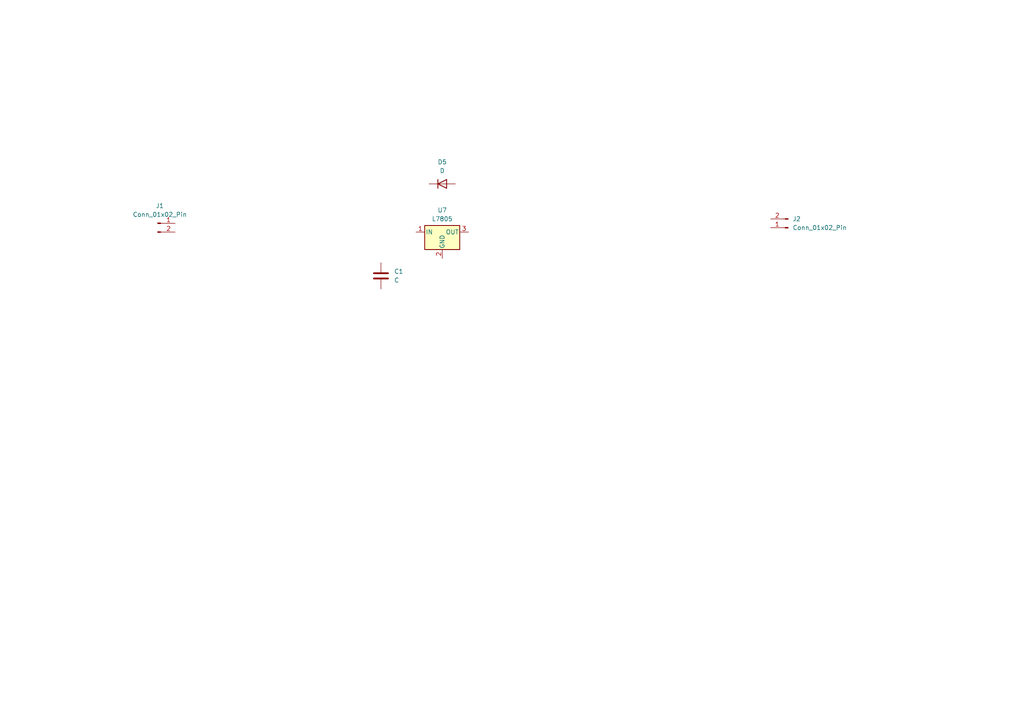
<source format=kicad_sch>
(kicad_sch (version 20250114) (generator "eeschema") (generator_version "9.0")
  (paper "A4")
  (lib_symbols
    (symbol "Connector:Conn_01x02_Pin" (pin_names (offset 1.016) (hide yes))
      (property "Reference" "J" (at 0 2.54 0))
      (property "Value" "Conn_01x02_Pin" (at 0 -5.08 0))
      (symbol "Conn_01x02_Pin_1_1"
        (rectangle (start 0.8636 0.127) (end 0 -0.127) (stroke (width 0.1524)) (fill (type outline)))
        (rectangle (start 0.8636 -2.413) (end 0 -2.667) (stroke (width 0.1524)) (fill (type outline)))
        (polyline (pts (xy 1.27 0) (xy 0.8636 0)) (stroke (width 0.1524)))
        (polyline (pts (xy 1.27 -2.54) (xy 0.8636 -2.54)) (stroke (width 0.1524)))
        (pin passive line (at 5.08 0 180) (length 3.81) (name "Pin_1") (number "1"))
        (pin passive line (at 5.08 -2.54 180) (length 3.81) (name "Pin_2") (number "2"))
      )
    )
    (symbol "Device:C" (pin_numbers (hide yes)) (pin_names (offset 0.254))
      (property "Reference" "C" (at 0.635 2.54 0))
      (property "Value" "C" (at 0.635 -2.54 0))
      (symbol "C_0_1"
        (polyline (pts (xy -2.032 0.762) (xy 2.032 0.762)) (stroke (width 0.508)))
        (polyline (pts (xy -2.032 -0.762) (xy 2.032 -0.762)) (stroke (width 0.508)))
      )
      (symbol "C_1_1"
        (pin passive line (at 0 3.81 270) (length 2.794) (name "~") (number "1"))
        (pin passive line (at 0 -3.81 90) (length 2.794) (name "~") (number "2"))
      )
    )
    (symbol "Device:D" (pin_numbers (hide yes)) (pin_names (offset 1.016) (hide yes))
      (property "Reference" "D" (at 0 2.54 0))
      (property "Value" "D" (at 0 -2.54 0))
      (symbol "D_0_1"
        (polyline (pts (xy -1.27 1.27) (xy -1.27 -1.27)) (stroke (width 0.254)))
        (polyline (pts (xy 1.27 1.27) (xy 1.27 -1.27) (xy -1.27 0) (xy 1.27 1.27)) (stroke (width 0.254)))
        (polyline (pts (xy 1.27 0) (xy -1.27 0)))
      )
      (symbol "D_1_1"
        (pin passive line (at -3.81 0 0) (length 2.54) (name "K") (number "1"))
        (pin passive line (at 3.81 0 180) (length 2.54) (name "A") (number "2"))
      )
    )
    (symbol "Regulator_Linear:L7805" (pin_names (offset 0.254))
      (property "Reference" "U" (at -3.81 3.175 0))
      (property "Value" "L7805" (at 0 3.175 0))
      (symbol "L7805_0_1"
        (rectangle (start -5.08 1.905) (end 5.08 -5.08) (stroke (width 0.254)) (fill (type background)))
      )
      (symbol "L7805_1_1"
        (pin power_in line (at -7.62 0 0) (length 2.54) (name "IN") (number "1"))
        (pin power_in line (at 0 -7.62 90) (length 2.54) (name "GND") (number "2"))
        (pin power_out line (at 7.62 0 180) (length 2.54) (name "OUT") (number "3"))
      )
    )
  )
  (symbol (lib_id "Connector:Conn_01x02_Pin") (at 228.6 66.04 180) (unit 1)
    (property "Reference" "J2" (at 229.87 63.4999 0) (effects (justify right)))
    (property "Value" "Conn_01x02_Pin" (at 229.87 66.0399 0) (effects (justify right)))
    (property "Description" "Generic connector, single row, 01x02, script generated" (effects (hide yes)))
  )
  (symbol (lib_id "Connector:Conn_01x02_Pin") (at 45.72 64.77 0) (unit 1)
    (property "Reference" "J1" (at 46.355 59.69 0))
    (property "Value" "Conn_01x02_Pin" (at 46.355 62.23 0))
    (property "Description" "Generic connector, single row, 01x02, script generated" (effects (hide yes)))
  )
  (symbol (lib_id "Device:D") (at 128.27 53.34 0) (unit 1)
    (property "Reference" "D5" (at 128.27 46.99 0))
    (property "Value" "D" (at 128.27 49.53 0))
    (property "Description" "Diode" (effects (hide yes)))
    (property "Sim.Device" "D" (effects (hide yes)))
    (property "Sim.Pins" "1=K 2=A" (effects (hide yes)))
  )
  (symbol (lib_id "Regulator_Linear:L7805") (at 128.27 67.31 0) (unit 1)
    (property "Reference" "U7" (at 128.27 60.96 0))
    (property "Value" "L7805" (at 128.27 63.5 0))
    (property "Datasheet" "http://www.st.com/content/ccc/resource/technical/document/datasheet/41/4f/b3/b0/12/d4/47/88/CD00000444.pdf/files/CD00000444.pdf/jcr:content/translations/en.CD00000444.pdf" (effects (hide yes)))
    (property "Description" "Positive 1.5A 35V Linear Regulator, Fixed Output 5V, TO-220/TO-263/TO-252" (effects (hide yes)))
  )
  (symbol (lib_id "Device:C") (at 110.49 80.01 0) (unit 1)
    (property "Reference" "C1" (at 114.3 78.7399 0) (effects (justify left)))
    (property "Value" "C" (at 114.3 81.2799 0) (effects (justify left)))
    (property "Description" "Unpolarized capacitor" (effects (hide yes)))
  )
)
</source>
